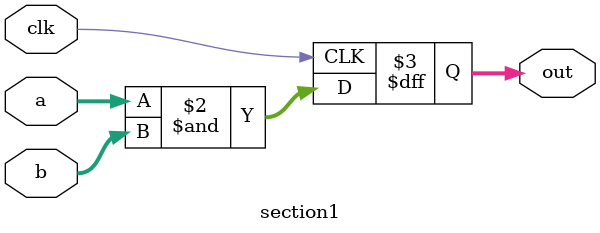
<source format=v>
module section1(
    input clk,
    input [7:0] a,
    input [7:0] b,
    output reg [7:0] out
);


always @(posedge clk) begin
    out <= a & b;
end

endmodule
</source>
